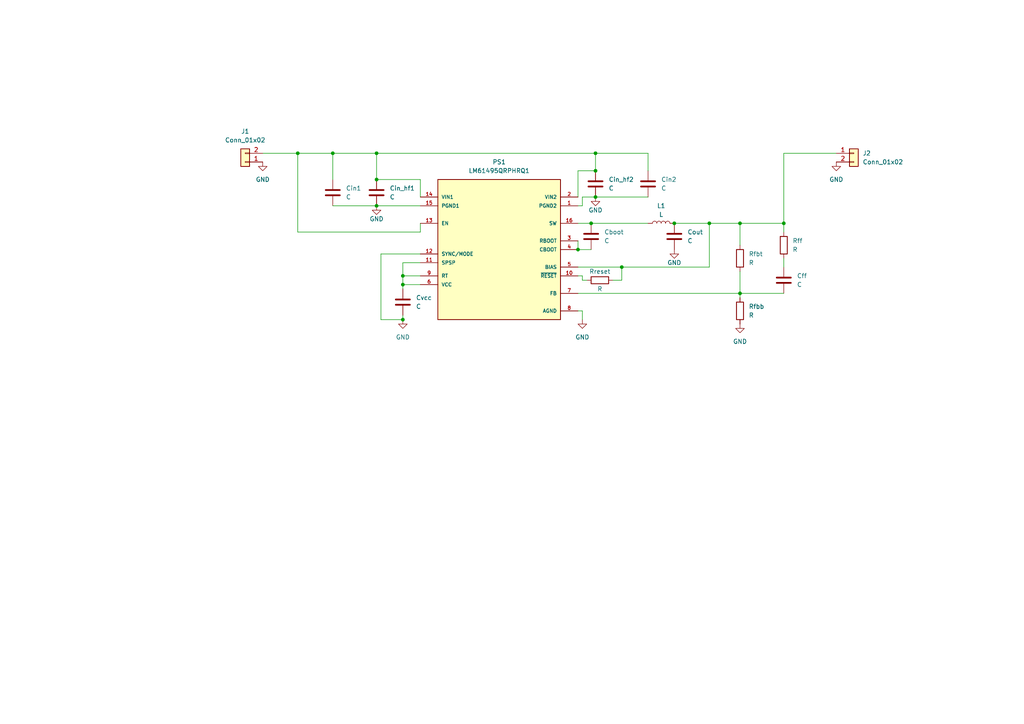
<source format=kicad_sch>
(kicad_sch (version 20230121) (generator eeschema)
  (paper "A4")
  (lib_symbols
    (symbol "Connector_Generic:Conn_01x02" (pin_names (offset 1.016) hide)
      (property "Reference" "J" (at 0 2.54 0))
      (property "Value" "Conn_01x02" (at 0 -5.08 0))
      (symbol "Conn_01x02_1_1"
        (rectangle (start -1.27 -2.413) (end 0 -2.667) (stroke (width 0.1524)))
        (rectangle (start -1.27 0.127) (end 0 -0.127) (stroke (width 0.1524)))
        (rectangle (start -1.27 1.27) (end 1.27 -3.81) (stroke (width 0.254)) (fill (type background)))
        (pin passive line (at -5.08 0 0) (length 3.81) (name "Pin_1") (number "1"))
        (pin passive line (at -5.08 -2.54 0) (length 3.81) (name "Pin_2") (number "2"))
      )
    )
    (symbol "Device:C" (pin_numbers hide) (pin_names (offset 0.254))
      (property "Reference" "C" (at 0.635 2.54 0))
      (property "Value" "C" (at 0.635 -2.54 0))
      (symbol "C_0_1"
        (polyline (pts (xy -2.032 -0.762) (xy 2.032 -0.762)) (stroke (width 0.508)))
        (polyline (pts (xy -2.032 0.762) (xy 2.032 0.762)) (stroke (width 0.508)))
      )
      (symbol "C_1_1"
        (pin passive line (at 0 3.81 270) (length 2.794) (name "~") (number "1"))
        (pin passive line (at 0 -3.81 90) (length 2.794) (name "~") (number "2"))
      )
    )
    (symbol "Device:L" (pin_numbers hide) (pin_names (offset 1.016) hide)
      (property "Reference" "L" (at -1.27 0 90))
      (property "Value" "L" (at 1.905 0 90))
      (symbol "L_0_1"
        (arc (start 0 -2.54) (mid 0.6323 -1.905) (end 0 -1.27))
        (arc (start 0 -1.27) (mid 0.6323 -0.635) (end 0 0))
        (arc (start 0 0) (mid 0.6323 0.635) (end 0 1.27))
        (arc (start 0 1.27) (mid 0.6323 1.905) (end 0 2.54))
      )
      (symbol "L_1_1"
        (pin passive line (at 0 3.81 270) (length 1.27) (name "1") (number "1"))
        (pin passive line (at 0 -3.81 90) (length 1.27) (name "2") (number "2"))
      )
    )
    (symbol "Device:R" (pin_numbers hide) (pin_names (offset 0))
      (property "Reference" "R" (at 2.032 0 90))
      (property "Value" "R" (at 0 0 90))
      (symbol "R_0_1"
        (rectangle (start -1.016 -2.54) (end 1.016 2.54) (stroke (width 0.254)))
      )
      (symbol "R_1_1"
        (pin passive line (at 0 3.81 270) (length 1.27) (name "~") (number "1"))
        (pin passive line (at 0 -3.81 90) (length 1.27) (name "~") (number "2"))
      )
    )
    (symbol "LM61495QRPHRQ1:LM61495QRPHRQ1" (pin_names (offset 1.016))
      (property "Reference" "PS1" (at 0 25.4 0))
      (property "Value" "LM61495QRPHRQ1" (at 0 22.86 0))
      (symbol "LM61495QRPHRQ1_0_0"
        (rectangle (start -17.78 20.32) (end 17.78 -20.32) (stroke (width 0.254)) (fill (type background)))
        (pin power_in line (at 22.86 12.7 180) (length 5.08) (name "PGND2") (number "1"))
        (pin output line (at 22.86 -7.62 180) (length 5.08) (name "~{RESET}") (number "10"))
        (pin input line (at -22.86 -3.81 0) (length 5.08) (name "SPSP") (number "11"))
        (pin input line (at -22.86 -1.27 0) (length 5.08) (name "SYNC/MODE") (number "12"))
        (pin input line (at -22.86 7.62 0) (length 5.08) (name "EN") (number "13"))
        (pin power_in line (at -22.86 15.24 0) (length 5.08) (name "VIN1") (number "14"))
        (pin power_in line (at -22.86 12.7 0) (length 5.08) (name "PGND1") (number "15"))
        (pin passive line (at 22.86 7.62 180) (length 5.08) (name "SW") (number "16"))
        (pin power_in line (at 22.86 15.24 180) (length 5.08) (name "VIN2") (number "2"))
        (pin passive line (at 22.86 2.54 180) (length 5.08) (name "RBOOT") (number "3"))
        (pin passive line (at 22.86 0 180) (length 5.08) (name "CBOOT") (number "4"))
        (pin passive line (at 22.86 -5.08 180) (length 5.08) (name "BIAS") (number "5"))
        (pin power_in line (at -22.86 -10.16 0) (length 5.08) (name "VCC") (number "6"))
        (pin input line (at 22.86 -12.7 180) (length 5.08) (name "FB") (number "7"))
        (pin power_in line (at 22.86 -17.78 180) (length 5.08) (name "AGND") (number "8"))
        (pin bidirectional line (at -22.86 -7.62 0) (length 5.08) (name "RT") (number "9"))
      )
    )
    (symbol "power:GND" (power) (pin_names (offset 0))
      (property "Value" "GND" (at 0 -3.81 0))
      (symbol "GND_0_1"
        (polyline (pts (xy 0 0) (xy 0 -1.27) (xy 1.27 -1.27) (xy 0 -2.54) (xy -1.27 -1.27) (xy 0 -1.27)))
      )
      (symbol "GND_1_1"
        (pin power_in line (at 0 0 270) (length 0) hide (name "GND") (number "1"))
      )
    )
  )
  (junction (at 86.36 44.45))
  (junction (at 205.74 64.77))
  (junction (at 109.22 44.45))
  (junction (at 116.84 80.01))
  (junction (at 172.72 44.45))
  (junction (at 195.58 64.77))
  (junction (at 167.64 72.39))
  (junction (at 171.45 64.77))
  (junction (at 109.22 59.69))
  (junction (at 96.52 44.45))
  (junction (at 109.22 52.07))
  (junction (at 214.63 85.09))
  (junction (at 116.84 92.71))
  (junction (at 227.33 64.77))
  (junction (at 116.84 82.55))
  (junction (at 172.72 57.15))
  (junction (at 214.63 64.77))
  (junction (at 172.72 49.53))
  (junction (at 180.34 77.47))
  (wire (pts (xy 116.84 82.55) (xy 116.84 83.82)))
  (wire (pts (xy 171.45 64.77) (xy 187.96 64.77)))
  (wire (pts (xy 86.36 44.45) (xy 86.36 67.31)))
  (wire (pts (xy 116.84 76.2) (xy 116.84 80.01)))
  (wire (pts (xy 116.84 82.55) (xy 121.92 82.55)))
  (wire (pts (xy 168.91 81.28) (xy 168.91 80.01)))
  (wire (pts (xy 121.92 57.15) (xy 121.92 52.07)))
  (wire (pts (xy 168.91 57.15) (xy 168.91 59.69)))
  (wire (pts (xy 110.49 92.71) (xy 116.84 92.71)))
  (wire (pts (xy 167.64 69.85) (xy 167.64 72.39)))
  (wire (pts (xy 205.74 64.77) (xy 195.58 64.77)))
  (wire (pts (xy 110.49 73.66) (xy 110.49 92.71)))
  (wire (pts (xy 168.91 57.15) (xy 172.72 57.15)))
  (wire (pts (xy 227.33 64.77) (xy 227.33 44.45)))
  (wire (pts (xy 168.91 92.71) (xy 168.91 90.17)))
  (wire (pts (xy 172.72 44.45) (xy 172.72 49.53)))
  (wire (pts (xy 96.52 59.69) (xy 109.22 59.69)))
  (wire (pts (xy 116.84 80.01) (xy 116.84 82.55)))
  (wire (pts (xy 227.33 64.77) (xy 214.63 64.77)))
  (wire (pts (xy 227.33 74.93) (xy 227.33 77.47)))
  (wire (pts (xy 116.84 80.01) (xy 121.92 80.01)))
  (wire (pts (xy 214.63 78.74) (xy 214.63 85.09)))
  (wire (pts (xy 180.34 77.47) (xy 205.74 77.47)))
  (wire (pts (xy 214.63 86.36) (xy 214.63 85.09)))
  (wire (pts (xy 168.91 81.28) (xy 170.18 81.28)))
  (wire (pts (xy 187.96 44.45) (xy 187.96 49.53)))
  (wire (pts (xy 177.8 81.28) (xy 180.34 81.28)))
  (wire (pts (xy 109.22 59.69) (xy 121.92 59.69)))
  (wire (pts (xy 167.64 57.15) (xy 167.64 49.53)))
  (wire (pts (xy 227.33 44.45) (xy 242.57 44.45)))
  (wire (pts (xy 168.91 80.01) (xy 167.64 80.01)))
  (wire (pts (xy 171.45 72.39) (xy 167.64 72.39)))
  (wire (pts (xy 172.72 44.45) (xy 187.96 44.45)))
  (wire (pts (xy 109.22 44.45) (xy 109.22 52.07)))
  (wire (pts (xy 121.92 67.31) (xy 86.36 67.31)))
  (wire (pts (xy 214.63 64.77) (xy 205.74 64.77)))
  (wire (pts (xy 180.34 77.47) (xy 180.34 81.28)))
  (wire (pts (xy 214.63 71.12) (xy 214.63 64.77)))
  (wire (pts (xy 227.33 67.31) (xy 227.33 64.77)))
  (wire (pts (xy 227.33 85.09) (xy 214.63 85.09)))
  (wire (pts (xy 121.92 73.66) (xy 110.49 73.66)))
  (wire (pts (xy 121.92 52.07) (xy 109.22 52.07)))
  (wire (pts (xy 96.52 44.45) (xy 96.52 52.07)))
  (wire (pts (xy 116.84 92.71) (xy 116.84 91.44)))
  (wire (pts (xy 168.91 59.69) (xy 167.64 59.69)))
  (wire (pts (xy 167.64 85.09) (xy 214.63 85.09)))
  (wire (pts (xy 167.64 77.47) (xy 180.34 77.47)))
  (wire (pts (xy 121.92 64.77) (xy 121.92 67.31)))
  (wire (pts (xy 86.36 44.45) (xy 96.52 44.45)))
  (wire (pts (xy 167.64 64.77) (xy 171.45 64.77)))
  (wire (pts (xy 96.52 44.45) (xy 109.22 44.45)))
  (wire (pts (xy 172.72 57.15) (xy 187.96 57.15)))
  (wire (pts (xy 76.2 44.45) (xy 86.36 44.45)))
  (wire (pts (xy 167.64 49.53) (xy 172.72 49.53)))
  (wire (pts (xy 121.92 76.2) (xy 116.84 76.2)))
  (wire (pts (xy 109.22 44.45) (xy 172.72 44.45)))
  (wire (pts (xy 205.74 77.47) (xy 205.74 64.77)))
  (wire (pts (xy 168.91 90.17) (xy 167.64 90.17)))
  (symbol (lib_id "power:GND") (at 242.57 46.99 0) (unit 1)
    (property "Reference" "#PWR08" (effects hide))
    (property "Value" "GND" (at 242.57 52.07 0))
  )
  (symbol (lib_id "power:GND") (at 172.72 57.15 0) (unit 1)
    (property "Reference" "#PWR03" (effects hide))
    (property "Value" "GND" (at 172.72 60.96 0))
  )
  (symbol (lib_id "power:GND") (at 76.2 46.99 0) (unit 1)
    (property "Reference" "#PWR04" (effects hide))
    (property "Value" "GND" (at 76.2 52.07 0))
  )
  (symbol (lib_id "Device:C") (at 96.52 55.88 0) (unit 1)
    (property "Reference" "Cin1" (at 100.33 54.61 0) (effects (justify left)))
    (property "Value" "C" (at 100.33 57.15 0) (effects (justify left)))
  )
  (symbol (lib_id "power:GND") (at 214.63 93.98 0) (unit 1)
    (property "Reference" "#PWR07" (effects hide))
    (property "Value" "GND" (at 214.63 99.06 0))
  )
  (symbol (lib_id "Connector_Generic:Conn_01x02") (at 247.65 44.45 0) (unit 1)
    (property "Reference" "J2" (at 250.19 44.45 0) (effects (justify left)))
    (property "Value" "Conn_01x02" (at 250.19 46.99 0) (effects (justify left)))
  )
  (symbol (lib_id "Device:C") (at 187.96 53.34 0) (unit 1)
    (property "Reference" "Cin2" (at 191.77 52.07 0) (effects (justify left)))
    (property "Value" "C" (at 191.77 54.61 0) (effects (justify left)))
  )
  (symbol (lib_id "Device:R") (at 227.33 71.12 0) (unit 1)
    (property "Reference" "Rff" (at 229.87 69.85 0) (effects (justify left)))
    (property "Value" "R" (at 229.87 72.39 0) (effects (justify left)))
  )
  (symbol (lib_id "power:GND") (at 168.91 92.71 0) (unit 1)
    (property "Reference" "#PWR01" (effects hide))
    (property "Value" "GND" (at 168.91 97.79 0))
  )
  (symbol (lib_id "power:GND") (at 109.22 59.69 0) (unit 1)
    (property "Reference" "#PWR02" (effects hide))
    (property "Value" "GND" (at 109.22 63.5 0))
  )
  (symbol (lib_id "Device:C") (at 227.33 81.28 0) (unit 1)
    (property "Reference" "Cff" (at 231.14 80.01 0) (effects (justify left)))
    (property "Value" "C" (at 231.14 82.55 0) (effects (justify left)))
  )
  (symbol (lib_id "Device:C") (at 172.72 53.34 0) (unit 1)
    (property "Reference" "Cin_hf2" (at 176.53 52.07 0) (effects (justify left)))
    (property "Value" "C" (at 176.53 54.61 0) (effects (justify left)))
  )
  (symbol (lib_id "Device:R") (at 173.99 81.28 270) (unit 1)
    (property "Reference" "Rreset" (at 173.99 78.74 90))
    (property "Value" "R" (at 173.99 83.82 90))
  )
  (symbol (lib_id "Device:C") (at 116.84 87.63 180) (unit 1)
    (property "Reference" "Cvcc" (at 120.65 86.36 0) (effects (justify right)))
    (property "Value" "C" (at 120.65 88.9 0) (effects (justify right)))
  )
  (symbol (lib_id "Device:R") (at 214.63 74.93 0) (unit 1)
    (property "Reference" "Rfbt" (at 217.17 73.66 0) (effects (justify left)))
    (property "Value" "R" (at 217.17 76.2 0) (effects (justify left)))
  )
  (symbol (lib_id "Device:R") (at 214.63 90.17 0) (unit 1)
    (property "Reference" "Rfbb" (at 217.17 88.9 0) (effects (justify left)))
    (property "Value" "R" (at 217.17 91.44 0) (effects (justify left)))
  )
  (symbol (lib_id "Device:C") (at 195.58 68.58 0) (unit 1)
    (property "Reference" "Cout" (at 199.39 67.31 0) (effects (justify left)))
    (property "Value" "C" (at 199.39 69.85 0) (effects (justify left)))
  )
  (symbol (lib_id "Device:C") (at 171.45 68.58 0) (unit 1)
    (property "Reference" "Cboot" (at 175.26 67.31 0) (effects (justify left)))
    (property "Value" "C" (at 175.26 69.85 0) (effects (justify left)))
  )
  (symbol (lib_id "Device:L") (at 191.77 64.77 90) (unit 1)
    (property "Reference" "L1" (at 191.77 59.69 90))
    (property "Value" "L" (at 191.77 62.23 90))
  )
  (symbol (lib_id "LM61495QRPHRQ1:LM61495QRPHRQ1") (at 144.78 72.39 0) (unit 1)
    (property "Reference" "PS1" (at 144.78 46.99 0))
    (property "Value" "LM61495QRPHRQ1" (at 144.78 49.53 0))
    (property "Footprint" "LM61495QRPHRQ1:CONV_LM61495QRPHRQ1" (effects hide))
    (property "MF" "Texas Instruments" (effects hide))
    (property "MAXIMUM_PACKAGE_HEIGHT" "1 mm" (effects hide))
    (property "Package" "PowerVFQFN-16 Texas Instruments" (effects hide))
    (property "Price" "None" (effects hide))
    (property "Check_prices" "https://www.snapeda.com/parts/LM61495QRPHRQ1/Texas+Instruments/view-part/?ref=eda" (effects hide))
    (property "STANDARD" "Manufacturer Recommendations" (effects hide))
    (property "PARTREV" "08/2018" (effects hide))
    (property "SnapEDA_Link" "https://www.snapeda.com/parts/LM61495QRPHRQ1/Texas+Instruments/view-part/?ref=snap" (effects hide))
    (property "MP" "LM61495QRPHRQ1" (effects hide))
    (property "Purchase-URL" "https://www.snapeda.com/api/url_track_click_mouser/?unipart_id=5822816&manufacturer=Texas Instruments&part_name=LM61495QRPHRQ1&search_term=None" (effects hide))
    (property "Description" "\n10-A automotive buck converter optimized for power density and low EMI\n" (effects hide))
    (property "SNAPEDA_PN" "LM61495QRPHRQ1" (effects hide))
    (property "Availability" "In Stock" (effects hide))
    (property "MANUFACTURER" "Texas Instruments" (effects hide))
  )
  (symbol (lib_id "power:GND") (at 195.58 72.39 0) (unit 1)
    (property "Reference" "#PWR06" (effects hide))
    (property "Value" "GND" (at 195.58 76.2 0))
  )
  (symbol (lib_id "power:GND") (at 116.84 92.71 0) (unit 1)
    (property "Reference" "#PWR05" (effects hide))
    (property "Value" "GND" (at 116.84 97.79 0))
  )
  (symbol (lib_id "Device:C") (at 109.22 55.88 0) (unit 1)
    (property "Reference" "Cin_hf1" (at 113.03 54.61 0) (effects (justify left)))
    (property "Value" "C" (at 113.03 57.15 0) (effects (justify left)))
  )
  (symbol (lib_id "Connector_Generic:Conn_01x02") (at 71.12 46.99 180) (unit 1)
    (property "Reference" "J1" (at 71.12 38.1 0))
    (property "Value" "Conn_01x02" (at 71.12 40.64 0))
  )
)
</source>
